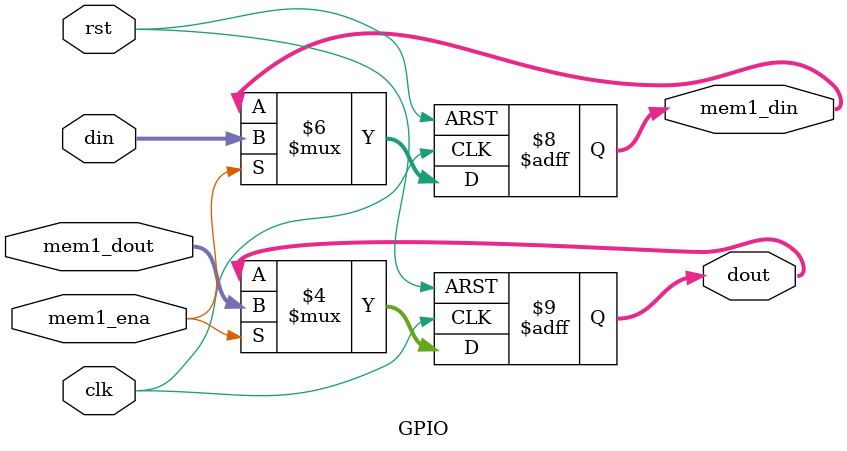
<source format=sv>
module GPIO(clk, rst,mem1_dout, mem1_din, mem1_ena, din, dout);

input [15:0] mem1_dout, din;
input mem1_ena, clk, rst;
output logic [15:0] mem1_din, dout;

always_ff @(posedge clk or negedge rst) 
	if (!rst)
		begin
		mem1_din <= 0;
		dout <= 0;
		end
	else if ( mem1_ena == 1'b1)
		begin
		mem1_din <= din;
		dout <= mem1_dout;
		end


endmodule

</source>
